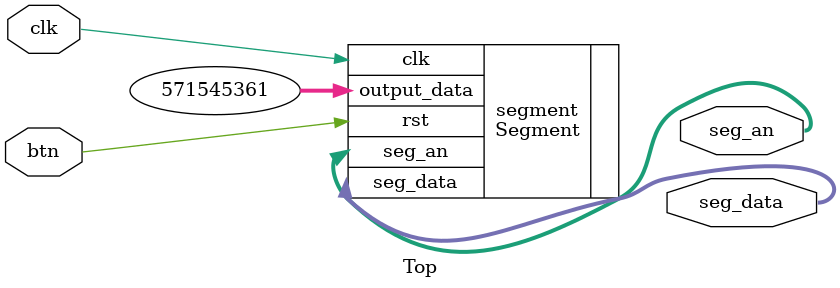
<source format=v>
`timescale 1ns / 1ps


module Top(
    input                   clk,
    input                   btn,
    output [2:0]            seg_an,
    output [3:0]            seg_data
);
    Segment segment(
        .clk(clk),
        .rst(btn),
        .output_data(32'h22111711),     // <- 改为你学号中的 8 位数字
        .seg_data(seg_data),
        .seg_an(seg_an)
    );
endmodule

</source>
